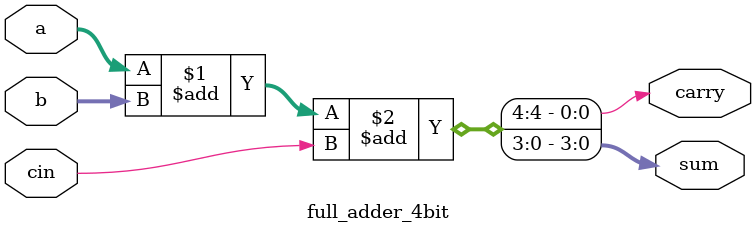
<source format=v>

module full_adder_4bit(input [3:0]a,b,input cin,output [3:0]sum,output carry);

assign {carry,sum}=a+b+cin;

endmodule

</source>
